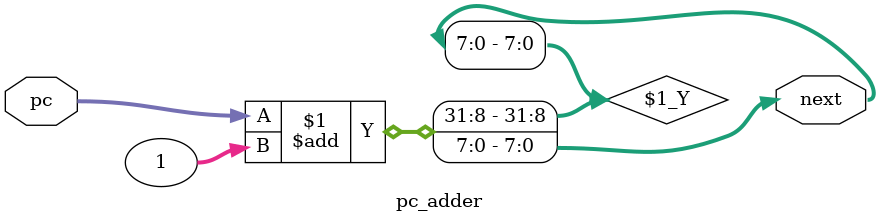
<source format=v>
`timescale 1ns / 1ps


module pc_adder(
    input [7:0] pc,
    output [7:0] next
    );
    
    assign next = pc+1;

endmodule
</source>
